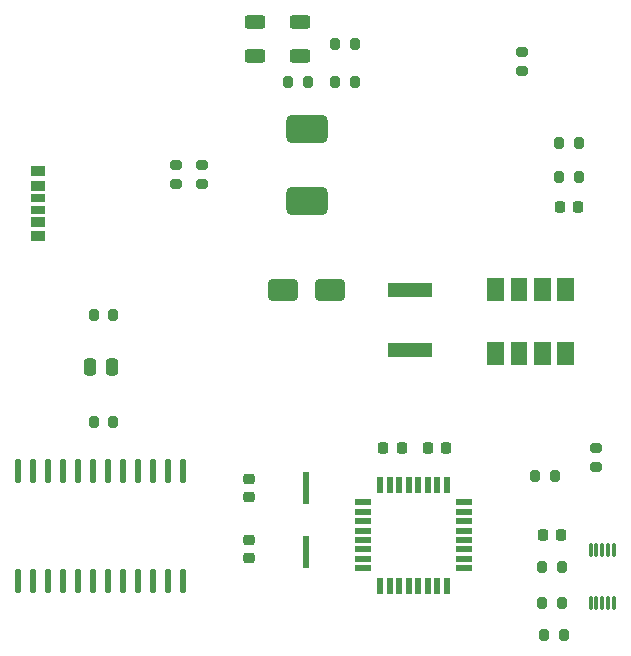
<source format=gbr>
G04 #@! TF.GenerationSoftware,KiCad,Pcbnew,9.0.4*
G04 #@! TF.CreationDate,2025-09-25T11:49:33+08:00*
G04 #@! TF.ProjectId,boost-convertor,626f6f73-742d-4636-9f6e-766572746f72,rev?*
G04 #@! TF.SameCoordinates,Original*
G04 #@! TF.FileFunction,Paste,Top*
G04 #@! TF.FilePolarity,Positive*
%FSLAX46Y46*%
G04 Gerber Fmt 4.6, Leading zero omitted, Abs format (unit mm)*
G04 Created by KiCad (PCBNEW 9.0.4) date 2025-09-25 11:49:33*
%MOMM*%
%LPD*%
G01*
G04 APERTURE LIST*
G04 Aperture macros list*
%AMRoundRect*
0 Rectangle with rounded corners*
0 $1 Rounding radius*
0 $2 $3 $4 $5 $6 $7 $8 $9 X,Y pos of 4 corners*
0 Add a 4 corners polygon primitive as box body*
4,1,4,$2,$3,$4,$5,$6,$7,$8,$9,$2,$3,0*
0 Add four circle primitives for the rounded corners*
1,1,$1+$1,$2,$3*
1,1,$1+$1,$4,$5*
1,1,$1+$1,$6,$7*
1,1,$1+$1,$8,$9*
0 Add four rect primitives between the rounded corners*
20,1,$1+$1,$2,$3,$4,$5,0*
20,1,$1+$1,$4,$5,$6,$7,0*
20,1,$1+$1,$6,$7,$8,$9,0*
20,1,$1+$1,$8,$9,$2,$3,0*%
G04 Aperture macros list end*
%ADD10C,0.010000*%
%ADD11RoundRect,0.250000X-0.625000X0.312500X-0.625000X-0.312500X0.625000X-0.312500X0.625000X0.312500X0*%
%ADD12R,0.507200X1.416799*%
%ADD13R,1.416799X0.507200*%
%ADD14RoundRect,0.200000X0.200000X0.275000X-0.200000X0.275000X-0.200000X-0.275000X0.200000X-0.275000X0*%
%ADD15RoundRect,0.225000X-0.250000X0.225000X-0.250000X-0.225000X0.250000X-0.225000X0.250000X0.225000X0*%
%ADD16RoundRect,0.225000X-0.225000X-0.250000X0.225000X-0.250000X0.225000X0.250000X-0.225000X0.250000X0*%
%ADD17R,3.780000X1.257000*%
%ADD18RoundRect,0.200000X-0.275000X0.200000X-0.275000X-0.200000X0.275000X-0.200000X0.275000X0.200000X0*%
%ADD19RoundRect,0.200000X-0.200000X-0.275000X0.200000X-0.275000X0.200000X0.275000X-0.200000X0.275000X0*%
%ADD20RoundRect,0.250000X0.250000X0.475000X-0.250000X0.475000X-0.250000X-0.475000X0.250000X-0.475000X0*%
%ADD21RoundRect,0.225000X0.225000X0.250000X-0.225000X0.250000X-0.225000X-0.250000X0.225000X-0.250000X0*%
%ADD22O,0.299999X1.350000*%
%ADD23RoundRect,0.137500X0.137500X-0.862500X0.137500X0.862500X-0.137500X0.862500X-0.137500X-0.862500X0*%
%ADD24R,1.200000X0.720000*%
%ADD25R,1.200000X0.820000*%
%ADD26R,1.200000X0.920000*%
%ADD27RoundRect,0.419642X-1.330358X0.755358X-1.330358X-0.755358X1.330358X-0.755358X1.330358X0.755358X0*%
%ADD28R,0.500000X2.800000*%
%ADD29RoundRect,0.250000X-1.000000X-0.650000X1.000000X-0.650000X1.000000X0.650000X-1.000000X0.650000X0*%
G04 APERTURE END LIST*
D10*
X128610000Y-73700000D02*
X127290000Y-73700000D01*
X127290000Y-71800000D01*
X128610000Y-71800000D01*
X128610000Y-73700000D01*
G36*
X128610000Y-73700000D02*
G01*
X127290000Y-73700000D01*
X127290000Y-71800000D01*
X128610000Y-71800000D01*
X128610000Y-73700000D01*
G37*
X128610000Y-79125442D02*
X127290000Y-79125442D01*
X127290000Y-77225442D01*
X128610000Y-77225442D01*
X128610000Y-79125442D01*
G36*
X128610000Y-79125442D02*
G01*
X127290000Y-79125442D01*
X127290000Y-77225442D01*
X128610000Y-77225442D01*
X128610000Y-79125442D01*
G37*
X130580000Y-73700000D02*
X129260000Y-73700000D01*
X129260000Y-71800000D01*
X130580000Y-71800000D01*
X130580000Y-73700000D01*
G36*
X130580000Y-73700000D02*
G01*
X129260000Y-73700000D01*
X129260000Y-71800000D01*
X130580000Y-71800000D01*
X130580000Y-73700000D01*
G37*
X130580000Y-79125442D02*
X129260000Y-79125442D01*
X129260000Y-77225442D01*
X130580000Y-77225442D01*
X130580000Y-79125442D01*
G36*
X130580000Y-79125442D02*
G01*
X129260000Y-79125442D01*
X129260000Y-77225442D01*
X130580000Y-77225442D01*
X130580000Y-79125442D01*
G37*
X132550000Y-73700000D02*
X131230000Y-73700000D01*
X131230000Y-71800000D01*
X132550000Y-71800000D01*
X132550000Y-73700000D01*
G36*
X132550000Y-73700000D02*
G01*
X131230000Y-73700000D01*
X131230000Y-71800000D01*
X132550000Y-71800000D01*
X132550000Y-73700000D01*
G37*
X132550000Y-79125442D02*
X131230000Y-79125442D01*
X131230000Y-77225442D01*
X132550000Y-77225442D01*
X132550000Y-79125442D01*
G36*
X132550000Y-79125442D02*
G01*
X131230000Y-79125442D01*
X131230000Y-77225442D01*
X132550000Y-77225442D01*
X132550000Y-79125442D01*
G37*
X134520000Y-73700000D02*
X133200000Y-73700000D01*
X133200000Y-71800000D01*
X134520000Y-71800000D01*
X134520000Y-73700000D01*
G36*
X134520000Y-73700000D02*
G01*
X133200000Y-73700000D01*
X133200000Y-71800000D01*
X134520000Y-71800000D01*
X134520000Y-73700000D01*
G37*
X134520000Y-79125442D02*
X133200000Y-79125442D01*
X133200000Y-77225442D01*
X134520000Y-77225442D01*
X134520000Y-79125442D01*
G36*
X134520000Y-79125442D02*
G01*
X133200000Y-79125442D01*
X133200000Y-77225442D01*
X134520000Y-77225442D01*
X134520000Y-79125442D01*
G37*
D11*
X107575000Y-50137500D03*
X107575000Y-53062500D03*
D12*
X123835598Y-89335599D03*
X123035600Y-89335599D03*
X122235599Y-89335599D03*
X121435598Y-89335599D03*
X120635600Y-89335599D03*
X119835599Y-89335599D03*
X119035600Y-89335599D03*
X118235600Y-89335599D03*
D13*
X116771198Y-90800001D03*
X116771198Y-91599999D03*
X116771198Y-92400000D03*
X116771198Y-93200001D03*
X116771198Y-93999999D03*
X116771198Y-94800000D03*
X116771198Y-95599999D03*
X116771198Y-96399999D03*
D12*
X118235600Y-97864401D03*
X119035598Y-97864401D03*
X119835599Y-97864401D03*
X120635600Y-97864401D03*
X121435598Y-97864401D03*
X122235599Y-97864401D03*
X123035598Y-97864401D03*
X123835598Y-97864401D03*
D13*
X125300000Y-96399999D03*
X125300000Y-95600001D03*
X125300000Y-94800000D03*
X125300000Y-93999999D03*
X125300000Y-93200001D03*
X125300000Y-92400000D03*
X125300000Y-91600001D03*
X125300000Y-90800001D03*
D14*
X135025000Y-63250000D03*
X133375000Y-63250000D03*
D15*
X107100000Y-94000000D03*
X107100000Y-95550000D03*
D16*
X118475000Y-86200000D03*
X120025000Y-86200000D03*
D15*
X107100000Y-88825000D03*
X107100000Y-90375000D03*
D11*
X111450000Y-50112500D03*
X111450000Y-53037500D03*
D17*
X120718000Y-72860000D03*
X120718000Y-77940000D03*
D18*
X103100000Y-62250000D03*
X103100000Y-63900000D03*
D19*
X114425000Y-55250000D03*
X116075000Y-55250000D03*
D20*
X95530000Y-79325000D03*
X93630000Y-79325000D03*
D19*
X114425000Y-52000000D03*
X116075000Y-52000000D03*
D14*
X133600000Y-99325000D03*
X131950000Y-99325000D03*
D21*
X123775000Y-86200000D03*
X122225000Y-86200000D03*
D19*
X133375000Y-60400000D03*
X135025000Y-60400000D03*
D14*
X133600000Y-96325000D03*
X131950000Y-96325000D03*
X133000000Y-88550000D03*
X131350000Y-88550000D03*
D22*
X138025001Y-94850001D03*
X137525002Y-94850001D03*
X137025000Y-94850001D03*
X136525001Y-94850001D03*
X136024999Y-94850001D03*
X136024999Y-99300002D03*
X136525001Y-99300002D03*
X137025000Y-99300002D03*
X137525002Y-99300002D03*
X138025001Y-99300002D03*
D19*
X93975000Y-84025000D03*
X95625000Y-84025000D03*
D23*
X87570596Y-97446899D03*
X88840596Y-97446899D03*
X90110596Y-97446899D03*
X91380596Y-97446899D03*
X92650596Y-97446899D03*
X93920596Y-97446899D03*
X95190596Y-97446899D03*
X96460596Y-97446899D03*
X97730596Y-97446899D03*
X99000596Y-97446899D03*
X100270596Y-97446899D03*
X101540596Y-97446899D03*
X101540596Y-88146899D03*
X100270596Y-88146899D03*
X99000596Y-88146899D03*
X97730596Y-88146899D03*
X96460596Y-88146899D03*
X95190596Y-88146899D03*
X93920596Y-88146899D03*
X92650596Y-88146899D03*
X91380596Y-88146899D03*
X90110596Y-88146899D03*
X88840596Y-88146899D03*
X87570596Y-88146899D03*
D18*
X130250000Y-52675000D03*
X130250000Y-54325000D03*
D24*
X89208000Y-65025001D03*
D25*
X89208000Y-67045000D03*
D26*
X89208000Y-68275000D03*
D24*
X89208000Y-66024999D03*
D25*
X89208000Y-64005000D03*
D26*
X89208000Y-62775000D03*
D27*
X112000000Y-59225000D03*
X112000000Y-65275000D03*
D16*
X133450000Y-65800000D03*
X135000000Y-65800000D03*
D18*
X100925000Y-62250000D03*
X100925000Y-63900000D03*
X136475000Y-86175000D03*
X136475000Y-87825000D03*
D28*
X111900000Y-89600000D03*
X111900000Y-95000000D03*
D19*
X110425000Y-55250000D03*
X112075000Y-55250000D03*
X93975000Y-74950000D03*
X95625000Y-74950000D03*
D29*
X110000000Y-72800000D03*
X114000000Y-72800000D03*
D14*
X133750000Y-102025000D03*
X132100000Y-102025000D03*
D16*
X132000000Y-93575000D03*
X133550000Y-93575000D03*
M02*

</source>
